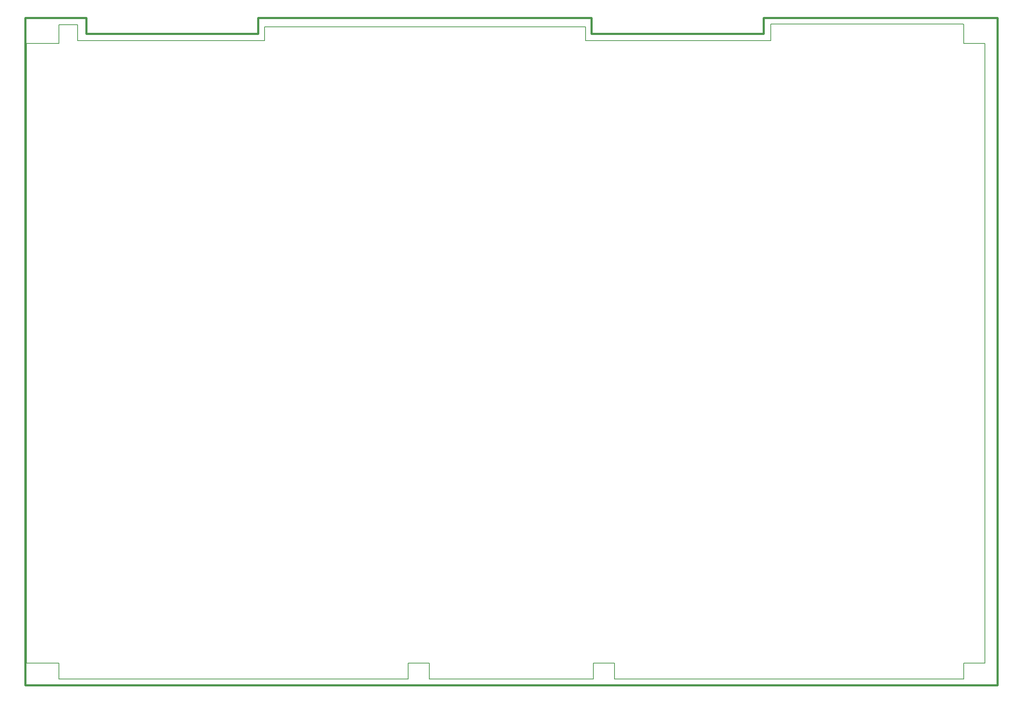
<source format=gko>
%FSLAX23Y23*%
%MOIN*%
G70*
G01*
G75*
G04 Layer_Color=16711935*
%ADD10C,0.010*%
%ADD11R,0.039X0.043*%
%ADD12C,0.040*%
%ADD13R,0.102X0.087*%
%ADD14R,0.087X0.102*%
%ADD15R,0.024X0.094*%
%ADD16R,0.043X0.039*%
%ADD17R,0.039X0.043*%
%ADD18R,0.010X0.039*%
%ADD19R,0.020X0.039*%
%ADD20R,0.028X0.035*%
%ADD21R,0.106X0.063*%
%ADD22R,0.157X0.138*%
%ADD23R,0.041X0.083*%
%ADD24R,0.413X0.406*%
%ADD25R,0.051X0.063*%
%ADD26R,0.033X0.039*%
%ADD27O,0.016X0.063*%
%ADD28R,0.134X0.085*%
%ADD29R,0.041X0.085*%
%ADD30R,0.033X0.039*%
%ADD31R,0.041X0.085*%
%ADD32R,0.026X0.075*%
%ADD33R,0.138X0.079*%
%ADD34R,0.047X0.039*%
%ADD35R,0.134X0.075*%
%ADD36R,0.138X0.157*%
%ADD37R,0.079X0.138*%
%ADD38R,0.016X0.063*%
%ADD39R,0.063X0.051*%
%ADD40R,0.063X0.106*%
%ADD41R,0.014X0.053*%
%ADD42O,0.250X0.080*%
%ADD43R,0.124X0.202*%
%ADD44O,0.031X0.010*%
%ADD45R,0.031X0.010*%
%ADD46R,0.010X0.031*%
%ADD47O,0.080X0.250*%
%ADD48R,0.024X0.087*%
%ADD49R,0.024X0.087*%
%ADD50C,0.020*%
%ADD51R,0.039X0.047*%
%ADD52R,0.018X0.081*%
%ADD53R,0.047X0.102*%
%ADD54R,0.081X0.018*%
%ADD55R,0.047X0.043*%
%ADD56R,0.047X0.043*%
%ADD57R,0.059X0.020*%
%ADD58R,0.059X0.020*%
%ADD59R,0.035X0.028*%
%ADD60R,0.083X0.041*%
%ADD61R,0.406X0.413*%
%ADD62R,0.039X0.033*%
%ADD63R,0.039X0.033*%
%ADD64R,0.059X0.014*%
%ADD65R,0.087X0.024*%
%ADD66R,0.012X0.065*%
%ADD67R,0.087X0.024*%
%ADD68R,0.049X0.015*%
%ADD69R,0.213X0.118*%
%ADD70R,0.138X0.016*%
%ADD71R,0.057X0.022*%
%ADD72R,0.012X0.063*%
%ADD73R,0.063X0.012*%
%ADD74R,0.102X0.047*%
%ADD75R,0.014X0.053*%
%ADD76R,0.010X0.065*%
%ADD77R,0.012X0.016*%
%ADD78R,0.228X0.189*%
%ADD79R,0.016X0.012*%
%ADD80O,0.014X0.059*%
%ADD81R,0.014X0.059*%
%ADD82C,0.005*%
%ADD83C,0.008*%
%ADD84C,0.020*%
%ADD85C,0.004*%
%ADD86C,0.012*%
%ADD87C,0.006*%
%ADD88C,0.015*%
%ADD89C,0.009*%
%ADD90C,0.130*%
%ADD91C,0.050*%
%ADD92C,0.039*%
%ADD93R,0.039X0.039*%
%ADD94C,0.059*%
%ADD95R,0.059X0.059*%
%ADD96R,0.091X0.091*%
%ADD97C,0.091*%
%ADD98C,0.060*%
%ADD99R,0.059X0.059*%
%ADD100C,0.065*%
%ADD101R,0.060X0.060*%
%ADD102C,0.068*%
%ADD103R,0.059X0.059*%
%ADD104C,0.059*%
%ADD105R,0.100X0.050*%
%ADD106O,0.100X0.050*%
%ADD107C,0.150*%
%ADD108C,0.098*%
%ADD109C,0.083*%
%ADD110C,0.082*%
%ADD111C,0.067*%
%ADD112R,0.067X0.067*%
%ADD113C,0.187*%
%ADD114O,0.050X0.100*%
%ADD115R,0.050X0.100*%
%ADD116C,0.144*%
%ADD117C,0.055*%
%ADD118C,0.016*%
%ADD119C,0.036*%
%ADD120C,0.160*%
%ADD121C,0.020*%
%ADD122C,0.030*%
%ADD123R,0.063X0.071*%
%ADD124R,0.071X0.063*%
%ADD125R,0.039X0.020*%
%ADD126R,0.039X0.010*%
%ADD127C,0.010*%
%ADD128C,0.008*%
%ADD129C,0.004*%
%ADD130C,0.001*%
%ADD131C,0.001*%
%ADD132C,0.007*%
%ADD133C,0.006*%
%ADD134R,0.146X0.031*%
%ADD135R,0.110X0.410*%
%ADD136R,0.110X0.405*%
%ADD137R,0.043X0.047*%
%ADD138C,0.044*%
%ADD139R,0.106X0.091*%
%ADD140R,0.091X0.106*%
%ADD141R,0.028X0.098*%
%ADD142R,0.047X0.043*%
%ADD143R,0.043X0.047*%
%ADD144R,0.014X0.043*%
%ADD145R,0.024X0.043*%
%ADD146R,0.032X0.039*%
%ADD147R,0.110X0.067*%
%ADD148R,0.161X0.142*%
%ADD149R,0.045X0.087*%
%ADD150R,0.417X0.410*%
%ADD151R,0.055X0.067*%
%ADD152R,0.037X0.043*%
%ADD153O,0.020X0.067*%
%ADD154R,0.138X0.089*%
%ADD155R,0.045X0.089*%
%ADD156R,0.037X0.043*%
%ADD157R,0.045X0.089*%
%ADD158R,0.030X0.079*%
%ADD159R,0.142X0.083*%
%ADD160R,0.051X0.043*%
%ADD161R,0.138X0.079*%
%ADD162R,0.142X0.161*%
%ADD163R,0.083X0.142*%
%ADD164R,0.020X0.067*%
%ADD165R,0.067X0.055*%
%ADD166R,0.067X0.110*%
%ADD167R,0.018X0.057*%
%ADD168O,0.254X0.084*%
%ADD169R,0.128X0.206*%
%ADD170O,0.035X0.014*%
%ADD171R,0.035X0.014*%
%ADD172R,0.014X0.035*%
%ADD173O,0.084X0.254*%
%ADD174R,0.028X0.091*%
%ADD175R,0.028X0.091*%
%ADD176C,0.024*%
%ADD177R,0.043X0.051*%
%ADD178R,0.022X0.085*%
%ADD179R,0.051X0.106*%
%ADD180R,0.085X0.022*%
%ADD181R,0.051X0.047*%
%ADD182R,0.051X0.047*%
%ADD183R,0.063X0.024*%
%ADD184R,0.063X0.024*%
%ADD185R,0.039X0.032*%
%ADD186R,0.087X0.045*%
%ADD187R,0.410X0.417*%
%ADD188R,0.043X0.037*%
%ADD189R,0.043X0.037*%
%ADD190R,0.063X0.018*%
%ADD191R,0.091X0.028*%
%ADD192R,0.016X0.069*%
%ADD193R,0.091X0.028*%
%ADD194R,0.053X0.019*%
%ADD195R,0.217X0.122*%
%ADD196R,0.142X0.020*%
%ADD197R,0.061X0.026*%
%ADD198R,0.016X0.067*%
%ADD199R,0.067X0.016*%
%ADD200R,0.106X0.051*%
%ADD201R,0.018X0.057*%
%ADD202R,0.014X0.069*%
%ADD203R,0.016X0.020*%
%ADD204R,0.232X0.193*%
%ADD205R,0.020X0.016*%
%ADD206O,0.018X0.063*%
%ADD207R,0.018X0.063*%
%ADD208C,0.134*%
%ADD209C,0.054*%
%ADD210C,0.043*%
%ADD211R,0.043X0.043*%
%ADD212C,0.063*%
%ADD213R,0.063X0.063*%
%ADD214R,0.095X0.095*%
%ADD215C,0.095*%
%ADD216C,0.064*%
%ADD217R,0.063X0.063*%
%ADD218C,0.069*%
%ADD219R,0.064X0.064*%
%ADD220C,0.072*%
%ADD221R,0.063X0.063*%
%ADD222C,0.063*%
%ADD223R,0.104X0.054*%
%ADD224O,0.104X0.054*%
%ADD225C,0.154*%
%ADD226C,0.102*%
%ADD227C,0.087*%
%ADD228C,0.086*%
%ADD229C,0.071*%
%ADD230R,0.071X0.071*%
%ADD231C,0.191*%
%ADD232O,0.054X0.104*%
%ADD233R,0.054X0.104*%
%ADD234C,0.148*%
%ADD235C,0.059*%
%ADD236R,0.067X0.075*%
%ADD237R,0.075X0.067*%
%ADD238R,0.043X0.024*%
%ADD239R,0.043X0.014*%
D83*
X12867Y6059D02*
Y6209D01*
X9567Y6059D02*
Y6209D01*
X9367Y6059D02*
Y6209D01*
X12867D02*
X13067D01*
X9567Y6059D02*
X12867D01*
X9367Y6209D02*
X9567D01*
X7817Y6059D02*
Y6209D01*
X7617D02*
X7817D01*
X4317Y6059D02*
X7617D01*
X4317Y12059D02*
Y12234D01*
X12867Y12059D02*
Y12234D01*
X13067Y6209D02*
Y12059D01*
X12867Y6059D02*
Y6209D01*
X9567Y6059D02*
Y6209D01*
X9367Y6059D02*
Y6209D01*
X7817Y6059D02*
Y6209D01*
X7617Y6059D02*
Y6209D01*
X4317Y6059D02*
Y6209D01*
X4009D02*
Y12059D01*
X4317D01*
X12867D02*
X13067D01*
X12867Y6209D02*
X13067D01*
X9567Y6059D02*
X12867D01*
X9367Y6209D02*
X9567D01*
X7817Y6059D02*
X9367D01*
X7617Y6209D02*
X7817D01*
X4317Y6059D02*
X7617D01*
X4009Y6209D02*
X4317D01*
Y12234D02*
X4491D01*
Y12084D02*
Y12234D01*
Y12084D02*
X6259D01*
Y12216D01*
X9291D01*
Y12084D02*
Y12216D01*
Y12084D02*
X11041D01*
Y12216D01*
Y12241D01*
X12860D01*
X12867Y12234D01*
D84*
X13185Y6000D02*
Y12300D01*
X3999Y6000D02*
Y12299D01*
Y6000D02*
X13185D01*
X4575Y12150D02*
Y12299D01*
Y12150D02*
X6200D01*
Y12300D01*
X9350Y12150D02*
Y12300D01*
Y12150D02*
X10975D01*
Y12300D01*
X3999Y12299D02*
X4574D01*
X6200Y12300D02*
X9349D01*
X10975D02*
X13185D01*
M02*

</source>
